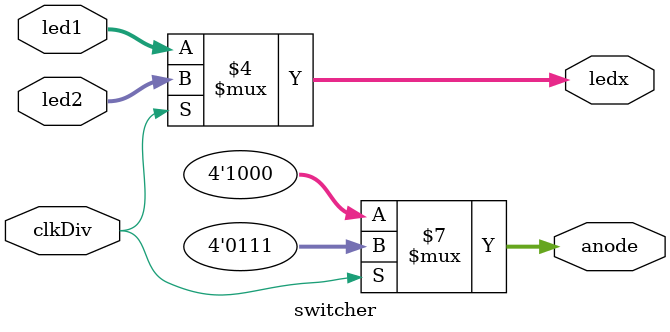
<source format=v>
`timescale 1ns / 1ps
module switcher(clkDiv,led1,led2,anode,ledx);
    input clkDiv;
    input [7:0] led1;
    input [7:0] led2;
    output [3:0] anode;
    output [7:0] ledx;
	 
	 reg [3:0] anode;
	 reg [7:0] ledx;
	 
	 
	 always @(clkDiv) begin
	 if(clkDiv == 0) begin
		anode <= 4'b1000;
		ledx  <= led1;
	 end
	 else begin
	   anode <= 4'b0111;
		ledx  <= led2;
	end
	end
    


endmodule

</source>
